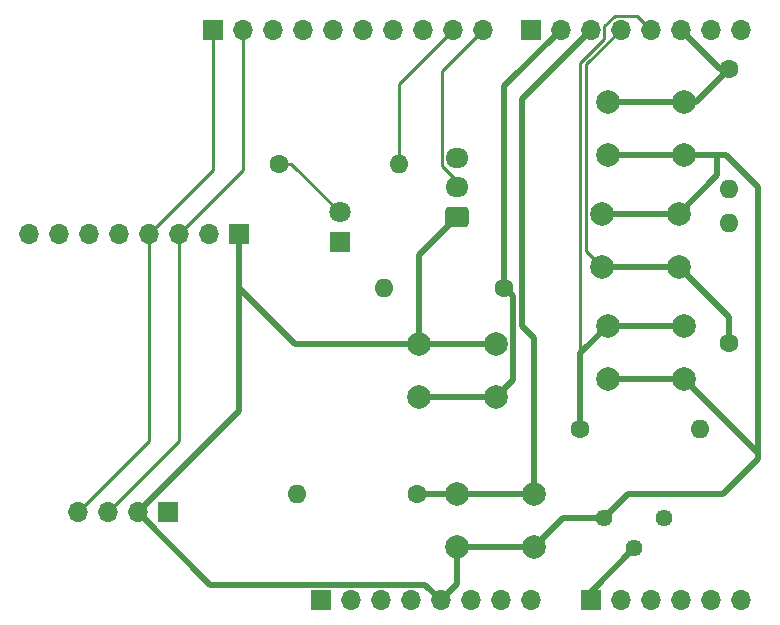
<source format=gbr>
%TF.GenerationSoftware,KiCad,Pcbnew,8.0.8*%
%TF.CreationDate,2025-02-03T18:19:12-07:00*%
%TF.ProjectId,project1,70726f6a-6563-4743-912e-6b696361645f,rev?*%
%TF.SameCoordinates,Original*%
%TF.FileFunction,Copper,L1,Top*%
%TF.FilePolarity,Positive*%
%FSLAX46Y46*%
G04 Gerber Fmt 4.6, Leading zero omitted, Abs format (unit mm)*
G04 Created by KiCad (PCBNEW 8.0.8) date 2025-02-03 18:19:12*
%MOMM*%
%LPD*%
G01*
G04 APERTURE LIST*
G04 Aperture macros list*
%AMRoundRect*
0 Rectangle with rounded corners*
0 $1 Rounding radius*
0 $2 $3 $4 $5 $6 $7 $8 $9 X,Y pos of 4 corners*
0 Add a 4 corners polygon primitive as box body*
4,1,4,$2,$3,$4,$5,$6,$7,$8,$9,$2,$3,0*
0 Add four circle primitives for the rounded corners*
1,1,$1+$1,$2,$3*
1,1,$1+$1,$4,$5*
1,1,$1+$1,$6,$7*
1,1,$1+$1,$8,$9*
0 Add four rect primitives between the rounded corners*
20,1,$1+$1,$2,$3,$4,$5,0*
20,1,$1+$1,$4,$5,$6,$7,0*
20,1,$1+$1,$6,$7,$8,$9,0*
20,1,$1+$1,$8,$9,$2,$3,0*%
G04 Aperture macros list end*
%TA.AperFunction,ComponentPad*%
%ADD10R,1.700000X1.700000*%
%TD*%
%TA.AperFunction,ComponentPad*%
%ADD11O,1.700000X1.700000*%
%TD*%
%TA.AperFunction,ComponentPad*%
%ADD12C,2.000000*%
%TD*%
%TA.AperFunction,ComponentPad*%
%ADD13C,1.600000*%
%TD*%
%TA.AperFunction,ComponentPad*%
%ADD14O,1.600000X1.600000*%
%TD*%
%TA.AperFunction,ComponentPad*%
%ADD15RoundRect,0.250000X0.725000X-0.600000X0.725000X0.600000X-0.725000X0.600000X-0.725000X-0.600000X0*%
%TD*%
%TA.AperFunction,ComponentPad*%
%ADD16O,1.950000X1.700000*%
%TD*%
%TA.AperFunction,ComponentPad*%
%ADD17C,1.440000*%
%TD*%
%TA.AperFunction,ComponentPad*%
%ADD18R,1.800000X1.800000*%
%TD*%
%TA.AperFunction,ComponentPad*%
%ADD19C,1.800000*%
%TD*%
%TA.AperFunction,Conductor*%
%ADD20C,0.508000*%
%TD*%
%TA.AperFunction,Conductor*%
%ADD21C,0.250000*%
%TD*%
G04 APERTURE END LIST*
D10*
%TO.P,J1,1,Pin_1*%
%TO.N,unconnected-(J1-Pin_1-Pad1)*%
X127940000Y-97460000D03*
D11*
%TO.P,J1,2,Pin_2*%
%TO.N,/IOREF*%
X130480000Y-97460000D03*
%TO.P,J1,3,Pin_3*%
%TO.N,/~{RESET}*%
X133020000Y-97460000D03*
%TO.P,J1,4,Pin_4*%
%TO.N,+3V3*%
X135560000Y-97460000D03*
%TO.P,J1,5,Pin_5*%
%TO.N,+5V*%
X138100000Y-97460000D03*
%TO.P,J1,6,Pin_6*%
%TO.N,GND*%
X140640000Y-97460000D03*
%TO.P,J1,7,Pin_7*%
X143180000Y-97460000D03*
%TO.P,J1,8,Pin_8*%
%TO.N,VCC*%
X145720000Y-97460000D03*
%TD*%
D10*
%TO.P,J3,1,Pin_1*%
%TO.N,/temp_sensor*%
X150800000Y-97460000D03*
D11*
%TO.P,J3,2,Pin_2*%
%TO.N,/A1*%
X153340000Y-97460000D03*
%TO.P,J3,3,Pin_3*%
%TO.N,/A2*%
X155880000Y-97460000D03*
%TO.P,J3,4,Pin_4*%
%TO.N,/A3*%
X158420000Y-97460000D03*
%TO.P,J3,5,Pin_5*%
%TO.N,/SDA{slash}A4*%
X160960000Y-97460000D03*
%TO.P,J3,6,Pin_6*%
%TO.N,/SCL{slash}A5*%
X163500000Y-97460000D03*
%TD*%
D10*
%TO.P,J2,1,Pin_1*%
%TO.N,/I2C_SDA*%
X118796000Y-49200000D03*
D11*
%TO.P,J2,2,Pin_2*%
%TO.N,/I2C_SCL*%
X121336000Y-49200000D03*
%TO.P,J2,3,Pin_3*%
%TO.N,/AREF*%
X123876000Y-49200000D03*
%TO.P,J2,4,Pin_4*%
%TO.N,GND*%
X126416000Y-49200000D03*
%TO.P,J2,5,Pin_5*%
%TO.N,/13*%
X128956000Y-49200000D03*
%TO.P,J2,6,Pin_6*%
%TO.N,/12*%
X131496000Y-49200000D03*
%TO.P,J2,7,Pin_7*%
%TO.N,/\u002A11*%
X134036000Y-49200000D03*
%TO.P,J2,8,Pin_8*%
%TO.N,/\u002A10*%
X136576000Y-49200000D03*
%TO.P,J2,9,Pin_9*%
%TO.N,/led_light*%
X139116000Y-49200000D03*
%TO.P,J2,10,Pin_10*%
%TO.N,/temp_digital*%
X141656000Y-49200000D03*
%TD*%
D10*
%TO.P,J4,1,Pin_1*%
%TO.N,/7*%
X145720000Y-49200000D03*
D11*
%TO.P,J4,2,Pin_2*%
%TO.N,/button_lock*%
X148260000Y-49200000D03*
%TO.P,J4,3,Pin_3*%
%TO.N,/button_light*%
X150800000Y-49200000D03*
%TO.P,J4,4,Pin_4*%
%TO.N,/button_units*%
X153340000Y-49200000D03*
%TO.P,J4,5,Pin_5*%
%TO.N,/button_cal*%
X155880000Y-49200000D03*
%TO.P,J4,6,Pin_6*%
%TO.N,/button_onoff*%
X158420000Y-49200000D03*
%TO.P,J4,7,Pin_7*%
%TO.N,/TX{slash}1*%
X160960000Y-49200000D03*
%TO.P,J4,8,Pin_8*%
%TO.N,/RX{slash}0*%
X163500000Y-49200000D03*
%TD*%
D12*
%TO.P,SW1,1,A*%
%TO.N,/button_onoff*%
X152250000Y-55250000D03*
X158750000Y-55250000D03*
%TO.P,SW1,2,B*%
%TO.N,+5V*%
X152250000Y-59750000D03*
X158750000Y-59750000D03*
%TD*%
%TO.P,SW2,1,A*%
%TO.N,/button_units*%
X158250000Y-69250000D03*
X151750000Y-69250000D03*
%TO.P,SW2,2,B*%
%TO.N,+5V*%
X158250000Y-64750000D03*
X151750000Y-64750000D03*
%TD*%
D13*
%TO.P,R6,1*%
%TO.N,Net-(D1-A)*%
X124420000Y-60500000D03*
D14*
%TO.P,R6,2*%
%TO.N,/led_light*%
X134580000Y-60500000D03*
%TD*%
D13*
%TO.P,R5,1*%
%TO.N,/button_light*%
X136080000Y-88500000D03*
D14*
%TO.P,R5,2*%
%TO.N,GND*%
X125920000Y-88500000D03*
%TD*%
D13*
%TO.P,R4,1*%
%TO.N,/button_lock*%
X143500000Y-71000000D03*
D14*
%TO.P,R4,2*%
%TO.N,GND*%
X133340000Y-71000000D03*
%TD*%
D13*
%TO.P,R1,1*%
%TO.N,/button_onoff*%
X162500000Y-52500000D03*
D14*
%TO.P,R1,2*%
%TO.N,GND*%
X162500000Y-62660000D03*
%TD*%
D13*
%TO.P,R3,1*%
%TO.N,/button_cal*%
X149920000Y-83000000D03*
D14*
%TO.P,R3,2*%
%TO.N,GND*%
X160080000Y-83000000D03*
%TD*%
D12*
%TO.P,SW4,1,A*%
%TO.N,/button_lock*%
X142750000Y-80250000D03*
X136250000Y-80250000D03*
%TO.P,SW4,2,B*%
%TO.N,+5V*%
X142750000Y-75750000D03*
X136250000Y-75750000D03*
%TD*%
%TO.P,SW3,1,A*%
%TO.N,/button_cal*%
X152250000Y-74250000D03*
X158750000Y-74250000D03*
%TO.P,SW3,2,B*%
%TO.N,+5V*%
X152250000Y-78750000D03*
X158750000Y-78750000D03*
%TD*%
D10*
%TO.P,J5,1,Pin_1*%
%TO.N,+5V*%
X121000000Y-66500000D03*
D11*
%TO.P,J5,2,Pin_2*%
%TO.N,GND*%
X118460000Y-66500000D03*
%TO.P,J5,3,Pin_3*%
%TO.N,/I2C_SCL*%
X115920000Y-66500000D03*
%TO.P,J5,4,Pin_4*%
%TO.N,/I2C_SDA*%
X113380000Y-66500000D03*
%TO.P,J5,5,Pin_5*%
%TO.N,unconnected-(J5-Pin_5-Pad5)*%
X110840000Y-66500000D03*
%TO.P,J5,6,Pin_6*%
%TO.N,unconnected-(J5-Pin_6-Pad6)*%
X108300000Y-66500000D03*
%TO.P,J5,7,Pin_7*%
%TO.N,unconnected-(J5-Pin_7-Pad7)*%
X105760000Y-66500000D03*
%TO.P,J5,8,Pin_8*%
%TO.N,unconnected-(J5-Pin_8-Pad8)*%
X103220000Y-66500000D03*
%TD*%
D13*
%TO.P,R2,1*%
%TO.N,/button_units*%
X162500000Y-75660000D03*
D14*
%TO.P,R2,2*%
%TO.N,GND*%
X162500000Y-65500000D03*
%TD*%
D15*
%TO.P,J7,1,Pin_1*%
%TO.N,+5V*%
X139500000Y-65000000D03*
D16*
%TO.P,J7,2,Pin_2*%
%TO.N,/temp_digital*%
X139500000Y-62500000D03*
%TO.P,J7,3,Pin_3*%
%TO.N,GND*%
X139500000Y-60000000D03*
%TD*%
D17*
%TO.P,RV1,1,1*%
%TO.N,+5V*%
X151960000Y-90515000D03*
%TO.P,RV1,2,2*%
%TO.N,/temp_sensor*%
X154500000Y-93055000D03*
%TO.P,RV1,3,3*%
%TO.N,GND*%
X157040000Y-90515000D03*
%TD*%
D12*
%TO.P,SW5,1,A*%
%TO.N,/button_light*%
X139500000Y-88500000D03*
X146000000Y-88500000D03*
%TO.P,SW5,2,B*%
%TO.N,+5V*%
X139500000Y-93000000D03*
X146000000Y-93000000D03*
%TD*%
D10*
%TO.P,J6,1,Pin_1*%
%TO.N,GND*%
X115000000Y-90000000D03*
D11*
%TO.P,J6,2,Pin_2*%
%TO.N,+5V*%
X112460000Y-90000000D03*
%TO.P,J6,3,Pin_3*%
%TO.N,/I2C_SCL*%
X109920000Y-90000000D03*
%TO.P,J6,4,Pin_4*%
%TO.N,/I2C_SDA*%
X107380000Y-90000000D03*
%TD*%
D18*
%TO.P,D1,1,K*%
%TO.N,GND*%
X129560000Y-67140000D03*
D19*
%TO.P,D1,2,A*%
%TO.N,Net-(D1-A)*%
X129560000Y-64600000D03*
%TD*%
D20*
%TO.N,+5V*%
X136796000Y-96156000D02*
X118616000Y-96156000D01*
X165000000Y-62500000D02*
X165000000Y-85000000D01*
X121000000Y-70500000D02*
X121000000Y-66500000D01*
X121000000Y-70500000D02*
X121000000Y-81460000D01*
X118616000Y-96156000D02*
X112460000Y-90000000D01*
X148485000Y-90515000D02*
X146000000Y-93000000D01*
X158250000Y-64750000D02*
X161500000Y-61500000D01*
X138100000Y-97460000D02*
X136796000Y-96156000D01*
X152250000Y-78750000D02*
X158750000Y-78750000D01*
X153975000Y-88500000D02*
X151960000Y-90515000D01*
X152250000Y-59750000D02*
X158750000Y-59750000D01*
X162250000Y-59750000D02*
X165000000Y-62500000D01*
X136250000Y-68250000D02*
X139500000Y-65000000D01*
X125750000Y-75750000D02*
X121000000Y-71000000D01*
X151750000Y-64750000D02*
X158250000Y-64750000D01*
X158750000Y-78750000D02*
X165000000Y-85000000D01*
X165000000Y-85500000D02*
X162000000Y-88500000D01*
X165000000Y-85000000D02*
X165000000Y-85500000D01*
X161500000Y-61500000D02*
X161500000Y-59750000D01*
X162000000Y-88500000D02*
X153975000Y-88500000D01*
X139500000Y-96060000D02*
X138100000Y-97460000D01*
X139500000Y-93000000D02*
X146000000Y-93000000D01*
X161500000Y-59750000D02*
X162250000Y-59750000D01*
X136250000Y-75750000D02*
X125750000Y-75750000D01*
X136250000Y-75750000D02*
X142750000Y-75750000D01*
X136250000Y-75750000D02*
X136250000Y-68250000D01*
X121000000Y-71000000D02*
X121000000Y-70500000D01*
X158750000Y-59750000D02*
X161500000Y-59750000D01*
X151960000Y-90515000D02*
X148485000Y-90515000D01*
X121000000Y-81460000D02*
X112460000Y-90000000D01*
X139500000Y-93000000D02*
X139500000Y-96060000D01*
D21*
%TO.N,/temp_digital*%
X139500000Y-62500000D02*
X139500000Y-62000000D01*
X139500000Y-62000000D02*
X138200000Y-60700000D01*
X138200000Y-52656000D02*
X141656000Y-49200000D01*
X138200000Y-60700000D02*
X138200000Y-52656000D01*
%TO.N,/I2C_SDA*%
X118796000Y-49200000D02*
X118796000Y-61084000D01*
X113380000Y-84000000D02*
X113380000Y-66500000D01*
X118796000Y-61084000D02*
X113380000Y-66500000D01*
X107380000Y-90000000D02*
X113380000Y-84000000D01*
%TO.N,/I2C_SCL*%
X115920000Y-84000000D02*
X115920000Y-66500000D01*
X121336000Y-61084000D02*
X121336000Y-49200000D01*
X109920000Y-90000000D02*
X115920000Y-84000000D01*
X115920000Y-66500000D02*
X121336000Y-61084000D01*
D20*
%TO.N,/button_onoff*%
X159750000Y-55250000D02*
X162500000Y-52500000D01*
X152250000Y-55250000D02*
X158750000Y-55250000D01*
X161720000Y-52500000D02*
X158420000Y-49200000D01*
X162500000Y-52500000D02*
X161720000Y-52500000D01*
X158750000Y-55250000D02*
X159750000Y-55250000D01*
%TO.N,/button_lock*%
X143500000Y-53960000D02*
X148260000Y-49200000D01*
X144204000Y-71704000D02*
X143500000Y-71000000D01*
X143500000Y-71000000D02*
X143500000Y-53960000D01*
X142750000Y-80250000D02*
X136250000Y-80250000D01*
X144204000Y-78796000D02*
X144204000Y-71704000D01*
X142750000Y-80250000D02*
X144204000Y-78796000D01*
%TO.N,/button_light*%
X136080000Y-88500000D02*
X139500000Y-88500000D01*
X139500000Y-88500000D02*
X146000000Y-88500000D01*
X145000000Y-55000000D02*
X150800000Y-49200000D01*
X146000000Y-88500000D02*
X146000000Y-75273424D01*
X146000000Y-75273424D02*
X145000000Y-74273424D01*
X145000000Y-74273424D02*
X145000000Y-55000000D01*
%TO.N,/button_units*%
X151750000Y-69250000D02*
X158250000Y-69250000D01*
X158250000Y-69250000D02*
X162500000Y-73500000D01*
D21*
X153340000Y-49200000D02*
X150425000Y-52115000D01*
X150425000Y-67925000D02*
X151750000Y-69250000D01*
D20*
X162500000Y-73500000D02*
X162500000Y-75660000D01*
D21*
X150425000Y-52115000D02*
X150425000Y-67925000D01*
%TO.N,/button_cal*%
X151975000Y-48878299D02*
X151975000Y-49928604D01*
D20*
X149920000Y-76580000D02*
X152250000Y-74250000D01*
D21*
X152828299Y-48025000D02*
X151975000Y-48878299D01*
X154705000Y-48025000D02*
X152828299Y-48025000D01*
X155880000Y-49200000D02*
X154705000Y-48025000D01*
D20*
X149920000Y-83000000D02*
X149920000Y-76580000D01*
X152250000Y-74250000D02*
X158750000Y-74250000D01*
D21*
X151975000Y-49928604D02*
X149920000Y-51983604D01*
X149920000Y-51983604D02*
X149920000Y-83000000D01*
%TO.N,Net-(D1-A)*%
X129560000Y-64600000D02*
X125460000Y-60500000D01*
X125460000Y-60500000D02*
X124420000Y-60500000D01*
D20*
%TO.N,/led_light*%
X139080000Y-49236000D02*
X139116000Y-49200000D01*
D21*
X134580000Y-60500000D02*
X134580000Y-53736000D01*
X134580000Y-53736000D02*
X139116000Y-49200000D01*
D20*
%TO.N,/temp_sensor*%
X150800000Y-96755000D02*
X150800000Y-97460000D01*
X154500000Y-93055000D02*
X150800000Y-96755000D01*
%TD*%
M02*

</source>
